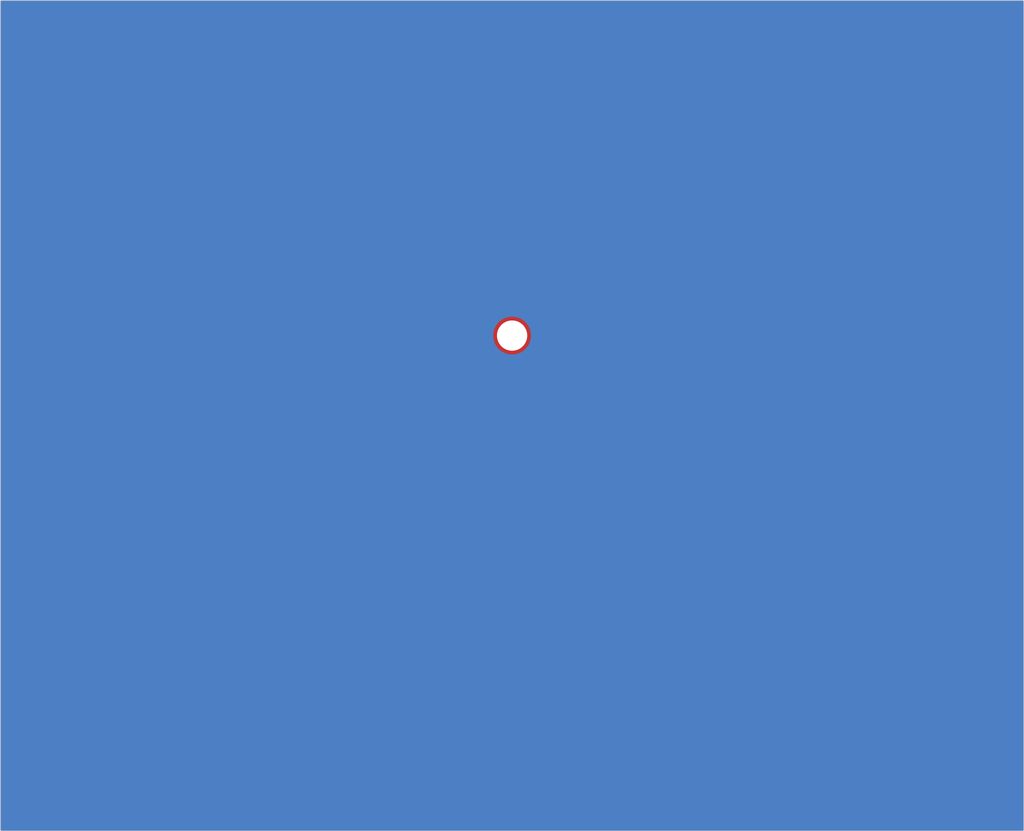
<source format=kicad_pcb>
(kicad_pcb (version 20240108) (generator "pcbnew") (generator_version "8.0")
  (layers (0 "F.Cu" signal) (1 "In1.Cu" signal) (2 "In2.Cu" signal) (31 "B.Cu" signal) (34 "B.Paste" user) (35 "F.Paste" user) (36 "B.SilkS" user "B.Silkscreen") (37 "F.SilkS" user "F.Silkscreen") (38 "B.Mask" user) (39 "F.Mask" user) (44 "Edge.Cuts" user))
  (net 0 "")
  (footprint "Custom_Footprint_library1:Patch Antenna" (layer "F.Cu") (at 132.5 97.6)
    (property "Reference" "REF**" (hide yes))
    (property "Value" "Patch Antenna")
    (fp_poly (pts (xy -20 -14.9) (xy 20 -14.9) (xy 20 14.9) (xy -20 14.9)) (fill solid) (layer "F.Cu"))
    (pad "" np_thru_hole circle (at 0 -5.5) (size 2.04 2.04) (drill 2.04) (layers "F&B.Cu" "*.Mask"))
  )
  (gr_rect (start 98 69.5) (end 167 125.5) (stroke (width 0.05)) (fill none) (layer "Edge.Cuts"))
  (zone (net 0) (net_name "") (layer "B.Cu") (connect_pads (clearance 1)) (min_thickness 0.25) (fill yes (thermal_gap 0.5) (thermal_bridge_width 0.5) (island_removal_mode 1) (island_area_min 10))
    (polygon (pts (xy 98 69.5) (xy 167 69.5) (xy 167 125.5) (xy 98 125.5)))
  )
)
</source>
